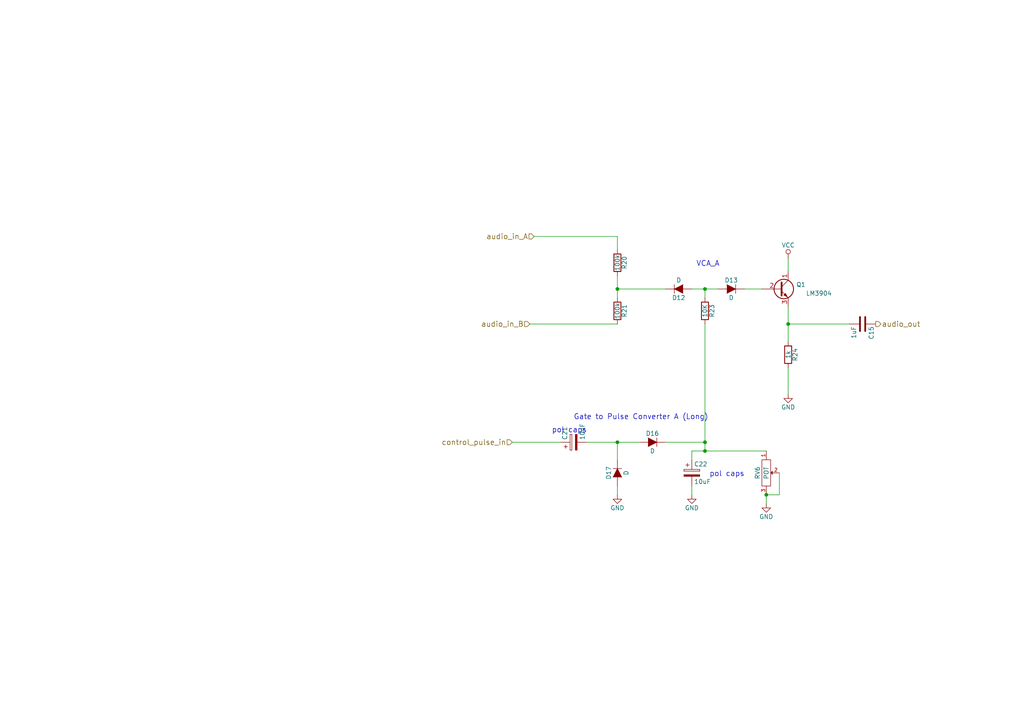
<source format=kicad_sch>
(kicad_sch (version 20231120) (generator "eeschema") (generator_version "8.0")
  (paper "A4")
  (lib_symbols
    (symbol "logic_noise_playground-rescue:C" (pin_numbers hide) (pin_names (offset 0.254))
      (property "Reference" "C" (at 0.635 2.54 0))
      (property "Value" "C" (at 0.635 -2.54 0))
      (symbol "C_0_1"
        (polyline (pts (xy -2.032 -0.762) (xy 2.032 -0.762)) (stroke (width 0.508)))
        (polyline (pts (xy -2.032 0.762) (xy 2.032 0.762)) (stroke (width 0.508)))
      )
      (symbol "C_1_1"
        (pin passive line (at 0 3.81 270) (length 2.794) (name "~") (number "1"))
        (pin passive line (at 0 -3.81 90) (length 2.794) (name "~") (number "2"))
      )
    )
    (symbol "logic_noise_playground-rescue:CP" (pin_numbers hide) (pin_names (offset 0.254))
      (property "Reference" "C" (at 0.635 2.54 0))
      (property "Value" "CP" (at 0.635 -2.54 0))
      (symbol "CP_0_1"
        (rectangle (start -2.286 0.508) (end -2.286 1.016))
        (rectangle (start -2.286 0.508) (end 2.286 0.508))
        (rectangle (start -1.778 2.286) (end -0.762 2.286))
        (rectangle (start -1.27 1.778) (end -1.27 2.794))
        (rectangle (start 2.286 -0.508) (end -2.286 -1.016) (fill (type outline)))
        (rectangle (start 2.286 1.016) (end -2.286 1.016))
        (rectangle (start 2.286 1.016) (end 2.286 0.508))
      )
      (symbol "CP_1_1"
        (pin passive line (at 0 3.81 270) (length 2.794) (name "~") (number "1"))
        (pin passive line (at 0 -3.81 90) (length 2.794) (name "~") (number "2"))
      )
    )
    (symbol "logic_noise_playground-rescue:D" (pin_numbers hide) (pin_names (offset 1.016) hide)
      (property "Reference" "D" (at 0 2.54 0))
      (property "Value" "D" (at 0 -2.54 0))
      (symbol "D_0_1"
        (polyline (pts (xy 1.27 1.27) (xy 1.27 -1.27)) (stroke (width 0.1524)))
        (polyline (pts (xy -1.27 1.27) (xy 1.27 0) (xy -1.27 -1.27)) (fill (type outline)))
      )
      (symbol "D_1_1"
        (pin passive line (at -3.81 0 0) (length 2.54) (name "A") (number "1"))
        (pin passive line (at 3.81 0 180) (length 2.54) (name "K") (number "2"))
      )
    )
    (symbol "logic_noise_playground-rescue:GND" (power) (pin_names (offset 0))
      (property "Value" "GND" (at 0 -3.81 0))
      (symbol "GND_0_1"
        (polyline (pts (xy 0 0) (xy 0 -1.27) (xy 1.27 -1.27) (xy 0 -2.54) (xy -1.27 -1.27) (xy 0 -1.27)))
      )
      (symbol "GND_1_1"
        (pin power_in line (at 0 0 270) (length 0) hide (name "GND") (number "1"))
      )
    )
    (symbol "logic_noise_playground-rescue:POT" (pin_names (offset 1.016) hide)
      (property "Reference" "RV" (at 0 -2.54 0))
      (property "Value" "POT" (at 0 0 0))
      (symbol "POT_0_1"
        (rectangle (start -3.81 1.27) (end 3.81 -1.27))
        (polyline (pts (xy 0 1.27) (xy -0.508 1.778) (xy 0.508 1.778)) (fill (type outline)))
      )
      (symbol "POT_1_1"
        (pin passive line (at -6.35 0 0) (length 2.54) (name "1") (number "1"))
        (pin passive line (at 0 3.81 270) (length 2.032) (name "2") (number "2"))
        (pin passive line (at 6.35 0 180) (length 2.54) (name "3") (number "3"))
      )
    )
    (symbol "logic_noise_playground-rescue:Q_NPN_CBE" (pin_names (offset 0) hide)
      (property "Reference" "Q" (at 7.62 1.27 0))
      (property "Value" "Q_NPN_CBE" (at 15.24 -1.27 0))
      (symbol "Q_NPN_CBE_0_1"
        (polyline (pts (xy 0.635 0.635) (xy 2.54 2.54)))
        (polyline (pts (xy 0.635 -0.635) (xy 2.54 -2.54) (xy 2.54 -2.54)))
        (polyline (pts (xy 0.635 1.905) (xy 0.635 -1.905) (xy 0.635 -1.905)) (stroke (width 0.508)))
        (polyline (pts (xy 1.27 -1.778) (xy 1.778 -1.27) (xy 2.286 -2.286) (xy 1.27 -1.778) (xy 1.27 -1.778)) (fill (type outline)))
        (circle (center 1.27 0) (radius 2.8194) (stroke (width 0.254)))
      )
      (symbol "Q_NPN_CBE_1_1"
        (pin open_collector line (at 2.54 5.08 270) (length 2.54) (name "C") (number "1"))
        (pin input line (at -5.08 0 0) (length 5.715) (name "B") (number "2"))
        (pin open_emitter line (at 2.54 -5.08 90) (length 2.54) (name "E") (number "3"))
      )
    )
    (symbol "logic_noise_playground-rescue:R" (pin_numbers hide) (pin_names (offset 0))
      (property "Reference" "R" (at 2.032 0 90))
      (property "Value" "R" (at 0 0 90))
      (symbol "R_0_1"
        (rectangle (start -1.016 -2.54) (end 1.016 2.54) (stroke (width 0.254)))
      )
      (symbol "R_1_1"
        (pin passive line (at 0 3.81 270) (length 1.27) (name "~") (number "1"))
        (pin passive line (at 0 -3.81 90) (length 1.27) (name "~") (number "2"))
      )
    )
    (symbol "logic_noise_playground-rescue:VCC" (power) (pin_names (offset 0))
      (property "Value" "VCC" (at 0 3.81 0))
      (symbol "VCC_0_1"
        (polyline (pts (xy 0 0) (xy 0 1.27)))
        (circle (center 0 1.905) (radius 0.635))
      )
      (symbol "VCC_1_1"
        (pin power_in line (at 0 0 90) (length 0) hide (name "VCC") (number "1"))
      )
    )
  )
  (junction (at 228.6 93.98))
  (junction (at 204.47 128.27))
  (junction (at 179.07 83.82))
  (junction (at 204.47 130.81))
  (junction (at 204.47 83.82))
  (junction (at 179.07 128.27))
  (junction (at 222.25 143.51))
  (wire (pts (xy 179.07 80.01) (xy 179.07 83.82)))
  (wire (pts (xy 228.6 93.98) (xy 246.38 93.98)))
  (wire (pts (xy 179.07 128.27) (xy 185.42 128.27)))
  (wire (pts (xy 215.9 83.82) (xy 220.98 83.82)))
  (wire (pts (xy 222.25 146.05) (xy 222.25 143.51)))
  (wire (pts (xy 204.47 83.82) (xy 204.47 86.36)))
  (wire (pts (xy 204.47 83.82) (xy 208.28 83.82)))
  (wire (pts (xy 228.6 93.98) (xy 228.6 99.06)))
  (wire (pts (xy 222.25 143.51) (xy 226.06 143.51)))
  (wire (pts (xy 179.07 133.35) (xy 179.07 128.27)))
  (wire (pts (xy 170.18 128.27) (xy 179.07 128.27)))
  (wire (pts (xy 179.07 83.82) (xy 179.07 86.36)))
  (wire (pts (xy 200.66 83.82) (xy 204.47 83.82)))
  (wire (pts (xy 148.59 128.27) (xy 162.56 128.27)))
  (wire (pts (xy 179.07 68.58) (xy 154.94 68.58)))
  (wire (pts (xy 179.07 143.51) (xy 179.07 140.97)))
  (wire (pts (xy 228.6 88.9) (xy 228.6 93.98)))
  (wire (pts (xy 228.6 78.74) (xy 228.6 74.93)))
  (wire (pts (xy 228.6 106.68) (xy 228.6 114.3)))
  (wire (pts (xy 179.07 68.58) (xy 179.07 72.39)))
  (wire (pts (xy 204.47 130.81) (xy 222.25 130.81)))
  (wire (pts (xy 200.66 130.81) (xy 200.66 133.35)))
  (wire (pts (xy 179.07 83.82) (xy 193.04 83.82)))
  (wire (pts (xy 200.66 130.81) (xy 204.47 130.81)))
  (wire (pts (xy 200.66 143.51) (xy 200.66 140.97)))
  (wire (pts (xy 226.06 143.51) (xy 226.06 137.16)))
  (wire (pts (xy 204.47 128.27) (xy 204.47 130.81)))
  (wire (pts (xy 204.47 128.27) (xy 193.04 128.27)))
  (wire (pts (xy 204.47 93.98) (xy 204.47 128.27)))
  (wire (pts (xy 153.67 93.98) (xy 179.07 93.98)))
  (text "pol caps\n" (at 160.02 125.73 0) (effects (font (size 1.524 1.524)) (justify left bottom)))
  (text "VCA_A\n" (at 201.93 77.47 0) (effects (font (size 1.524 1.524)) (justify left bottom)))
  (text "pol caps\n" (at 205.74 138.43 0) (effects (font (size 1.524 1.524)) (justify left bottom)))
  (text "Gate to Pulse Converter A (Long)\n" (at 166.37 121.92 0) (effects (font (size 1.524 1.524)) (justify left bottom)))
  (hierarchical_label "audio_in_B" (shape input) (at 153.67 93.98 180) (effects (font (size 1.524 1.524))))
  (hierarchical_label "audio_in_A" (shape input) (at 154.94 68.58 180) (effects (font (size 1.524 1.524))))
  (hierarchical_label "audio_out" (shape output) (at 254 93.98 0) (effects (font (size 1.524 1.524))))
  (hierarchical_label "control_pulse_in" (shape input) (at 148.59 128.27 180) (effects (font (size 1.524 1.524))))
  (symbol (lib_id "logic_noise_playground-rescue:D") (at 179.07 137.16 90) (unit 1)
    (property "Reference" "D17" (at 176.53 137.16 0))
    (property "Value" "D" (at 181.61 137.16 0))
    (property "Footprint" "Diodes_ThroughHole:Diode_DO-35_SOD27_Horizontal_RM10" (effects (hide yes)))
  )
  (symbol (lib_id "logic_noise_playground-rescue:D") (at 189.23 128.27 0) (unit 1)
    (property "Reference" "D16" (at 189.23 125.73 0))
    (property "Value" "D" (at 189.23 130.81 0))
    (property "Footprint" "Diodes_ThroughHole:Diode_DO-35_SOD27_Horizontal_RM10" (effects (hide yes)))
  )
  (symbol (lib_id "logic_noise_playground-rescue:GND") (at 179.07 143.51 0) (unit 1)
    (property "Reference" "#PWR043" (effects (hide yes)))
    (property "Value" "GND" (at 179.07 147.32 0))
  )
  (symbol (lib_id "logic_noise_playground-rescue:D") (at 196.85 83.82 180) (unit 1)
    (property "Reference" "D12" (at 196.85 86.36 0))
    (property "Value" "D" (at 196.85 81.28 0))
    (property "Footprint" "Diodes_ThroughHole:Diode_DO-35_SOD27_Horizontal_RM10" (effects (hide yes)))
  )
  (symbol (lib_id "logic_noise_playground-rescue:D") (at 212.09 83.82 0) (unit 1)
    (property "Reference" "D13" (at 212.09 81.28 0))
    (property "Value" "D" (at 212.09 86.36 0))
    (property "Footprint" "Diodes_ThroughHole:Diode_DO-35_SOD27_Horizontal_RM10" (effects (hide yes)))
  )
  (symbol (lib_id "logic_noise_playground-rescue:VCC") (at 228.6 74.93 0) (unit 1)
    (property "Reference" "#PWR044" (effects (hide yes)))
    (property "Value" "VCC" (at 228.6 71.12 0))
  )
  (symbol (lib_id "logic_noise_playground-rescue:GND") (at 200.66 143.51 0) (unit 1)
    (property "Reference" "#PWR045" (effects (hide yes)))
    (property "Value" "GND" (at 200.66 147.32 0))
  )
  (symbol (lib_id "logic_noise_playground-rescue:GND") (at 222.25 146.05 0) (unit 1)
    (property "Reference" "#PWR046" (effects (hide yes)))
    (property "Value" "GND" (at 222.25 149.86 0))
  )
  (symbol (lib_id "logic_noise_playground-rescue:GND") (at 228.6 114.3 0) (unit 1)
    (property "Reference" "#PWR047" (effects (hide yes)))
    (property "Value" "GND" (at 228.6 118.11 0))
  )
  (symbol (lib_id "logic_noise_playground-rescue:R") (at 204.47 90.17 0) (unit 1)
    (property "Reference" "R23" (at 206.502 90.17 90))
    (property "Value" "10K" (at 204.47 90.17 90))
    (property "Footprint" "Resistors_ThroughHole:Resistor_Horizontal_RM10mm" (effects (hide yes)))
  )
  (symbol (lib_id "logic_noise_playground-rescue:POT") (at 222.25 137.16 270) (unit 1)
    (property "Reference" "RV6" (at 219.71 137.16 0))
    (property "Value" "POT" (at 222.25 137.16 0))
    (property "Footprint" "elliot:Potentiometer_9mm_vertical_pcb_mount" (effects (hide yes)))
  )
  (symbol (lib_id "logic_noise_playground-rescue:R") (at 228.6 102.87 0) (unit 1)
    (property "Reference" "R24" (at 230.632 102.87 90))
    (property "Value" "1k" (at 228.6 102.87 90))
    (property "Footprint" "Resistors_ThroughHole:Resistor_Horizontal_RM10mm" (effects (hide yes)))
  )
  (symbol (lib_id "logic_noise_playground-rescue:R") (at 179.07 76.2 0) (unit 1)
    (property "Reference" "R20" (at 181.102 76.2 90))
    (property "Value" "100k" (at 179.07 76.2 90))
    (property "Footprint" "Resistors_ThroughHole:Resistor_Horizontal_RM10mm" (effects (hide yes)))
  )
  (symbol (lib_id "logic_noise_playground-rescue:R") (at 179.07 90.17 0) (unit 1)
    (property "Reference" "R21" (at 181.102 90.17 90))
    (property "Value" "100k" (at 179.07 90.17 90))
    (property "Footprint" "Resistors_ThroughHole:Resistor_Horizontal_RM10mm" (effects (hide yes)))
  )
  (symbol (lib_id "logic_noise_playground-rescue:C") (at 250.19 93.98 270) (unit 1)
    (property "Reference" "C15" (at 252.73 94.615 0) (effects (justify left)))
    (property "Value" "1uF" (at 247.65 94.615 0) (effects (justify left)))
    (property "Footprint" "Discret:C1" (effects (hide yes)))
  )
  (symbol (lib_id "logic_noise_playground-rescue:CP") (at 166.37 128.27 90) (unit 1)
    (property "Reference" "C21" (at 163.83 127.635 0) (effects (justify left)))
    (property "Value" "10uF" (at 168.91 127.635 0) (effects (justify left)))
    (property "Footprint" "elliot:Elko_vert_11.2x6.3mm_RM2.5" (effects (hide yes)))
  )
  (symbol (lib_id "logic_noise_playground-rescue:CP") (at 200.66 137.16 0) (unit 1)
    (property "Reference" "C22" (at 201.295 134.62 0) (effects (justify left)))
    (property "Value" "10uF" (at 201.295 139.7 0) (effects (justify left)))
    (property "Footprint" "elliot:Elko_vert_11.2x6.3mm_RM2.5" (effects (hide yes)))
  )
  (symbol (lib_id "logic_noise_playground-rescue:Q_NPN_CBE") (at 226.06 83.82 0) (unit 1)
    (property "Reference" "Q1" (at 233.68 82.55 0) (effects (justify right)))
    (property "Value" "LM3904" (at 241.3 85.09 0) (effects (justify right)))
    (property "Footprint" "Discret:TO92" (effects (hide yes)))
    (property "manf#" "2N3904" (effects (hide yes)))
  )
)
</source>
